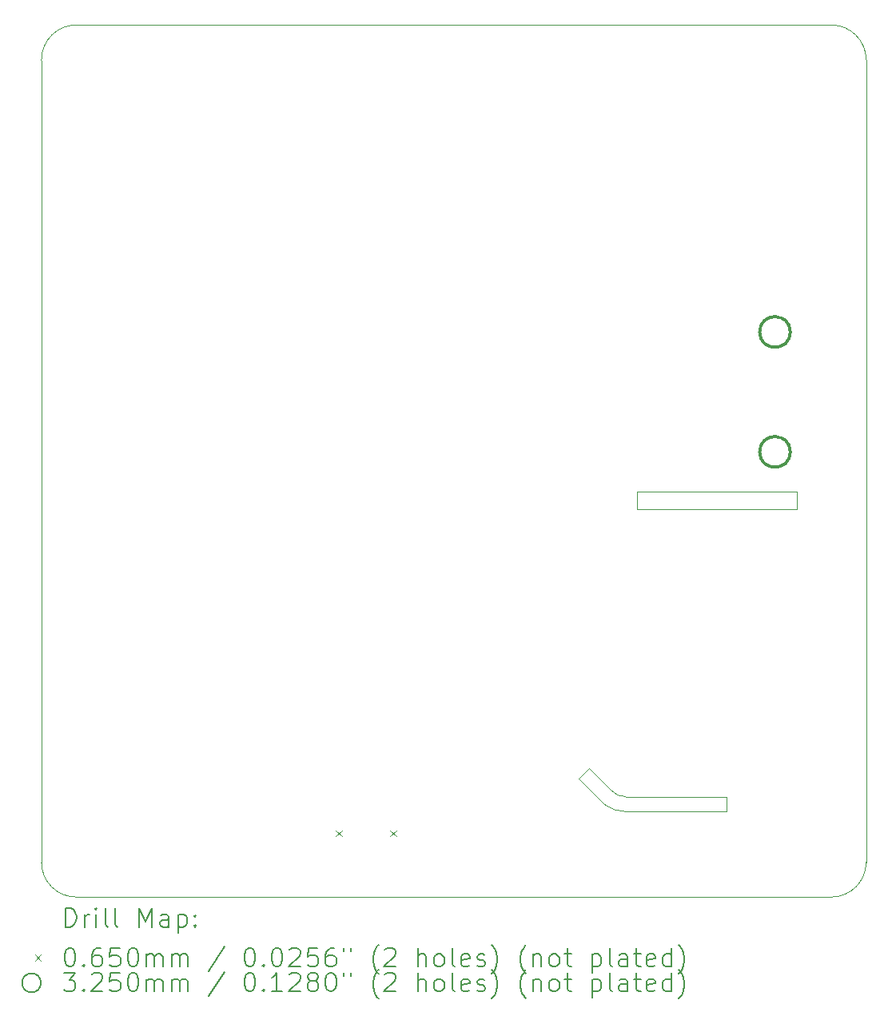
<source format=gbr>
%TF.GenerationSoftware,KiCad,Pcbnew,7.0.8*%
%TF.CreationDate,2024-01-02T14:18:20+01:00*%
%TF.ProjectId,ESP32-POE-Wiegand-Relay-REV-B,45535033-322d-4504-9f45-2d5769656761,rev?*%
%TF.SameCoordinates,Original*%
%TF.FileFunction,Drillmap*%
%TF.FilePolarity,Positive*%
%FSLAX45Y45*%
G04 Gerber Fmt 4.5, Leading zero omitted, Abs format (unit mm)*
G04 Created by KiCad (PCBNEW 7.0.8) date 2024-01-02 14:18:20*
%MOMM*%
%LPD*%
G01*
G04 APERTURE LIST*
%ADD10C,0.100000*%
%ADD11C,0.200000*%
%ADD12C,0.065000*%
%ADD13C,0.325000*%
G04 APERTURE END LIST*
D10*
X26567967Y-2400000D02*
X26567967Y-10900000D01*
X23520000Y-10010000D02*
X23800000Y-10290000D01*
X17832033Y-10900000D02*
X17832033Y-2410000D01*
X25090000Y-10210000D02*
X25090000Y-10360000D01*
X24019691Y-10204136D02*
X25090000Y-10210000D01*
X25090000Y-10360000D02*
X24008740Y-10361620D01*
X26200000Y-11267967D02*
G75*
G03*
X26567967Y-10900000I0J367967D01*
G01*
X23520000Y-10010000D02*
X23630000Y-9900000D01*
X17832033Y-10900000D02*
G75*
G03*
X18200000Y-11267967I367967J0D01*
G01*
X18220658Y-2032477D02*
X26200000Y-2032033D01*
X23630000Y-9900000D02*
X23870000Y-10140000D01*
X23800000Y-10290000D02*
G75*
G03*
X24008740Y-10361620I208740J268380D01*
G01*
X26567967Y-2400000D02*
G75*
G03*
X26200000Y-2032033I-367967J0D01*
G01*
X18220658Y-2032477D02*
G75*
G03*
X17832033Y-2410000I-20658J-367523D01*
G01*
X26200000Y-11267967D02*
X18200000Y-11267967D01*
X24145000Y-6970000D02*
X25835000Y-6970000D01*
X25835000Y-7160000D01*
X24145000Y-7160000D01*
X24145000Y-6970000D01*
X23870000Y-10140000D02*
G75*
G03*
X24019691Y-10204136I140000J120000D01*
G01*
D11*
D12*
X20948500Y-10560500D02*
X21013500Y-10625500D01*
X21013500Y-10560500D02*
X20948500Y-10625500D01*
X21526500Y-10560500D02*
X21591500Y-10625500D01*
X21591500Y-10560500D02*
X21526500Y-10625500D01*
D13*
X25764500Y-5283000D02*
G75*
G03*
X25764500Y-5283000I-162500J0D01*
G01*
X25764500Y-6553000D02*
G75*
G03*
X25764500Y-6553000I-162500J0D01*
G01*
D11*
X18087674Y-11584451D02*
X18087674Y-11384451D01*
X18087674Y-11384451D02*
X18135293Y-11384451D01*
X18135293Y-11384451D02*
X18163864Y-11393975D01*
X18163864Y-11393975D02*
X18182912Y-11413022D01*
X18182912Y-11413022D02*
X18192436Y-11432070D01*
X18192436Y-11432070D02*
X18201959Y-11470165D01*
X18201959Y-11470165D02*
X18201959Y-11498737D01*
X18201959Y-11498737D02*
X18192436Y-11536832D01*
X18192436Y-11536832D02*
X18182912Y-11555880D01*
X18182912Y-11555880D02*
X18163864Y-11574927D01*
X18163864Y-11574927D02*
X18135293Y-11584451D01*
X18135293Y-11584451D02*
X18087674Y-11584451D01*
X18287674Y-11584451D02*
X18287674Y-11451118D01*
X18287674Y-11489213D02*
X18297198Y-11470165D01*
X18297198Y-11470165D02*
X18306721Y-11460641D01*
X18306721Y-11460641D02*
X18325769Y-11451118D01*
X18325769Y-11451118D02*
X18344817Y-11451118D01*
X18411483Y-11584451D02*
X18411483Y-11451118D01*
X18411483Y-11384451D02*
X18401959Y-11393975D01*
X18401959Y-11393975D02*
X18411483Y-11403499D01*
X18411483Y-11403499D02*
X18421007Y-11393975D01*
X18421007Y-11393975D02*
X18411483Y-11384451D01*
X18411483Y-11384451D02*
X18411483Y-11403499D01*
X18535293Y-11584451D02*
X18516245Y-11574927D01*
X18516245Y-11574927D02*
X18506721Y-11555880D01*
X18506721Y-11555880D02*
X18506721Y-11384451D01*
X18640055Y-11584451D02*
X18621007Y-11574927D01*
X18621007Y-11574927D02*
X18611483Y-11555880D01*
X18611483Y-11555880D02*
X18611483Y-11384451D01*
X18868626Y-11584451D02*
X18868626Y-11384451D01*
X18868626Y-11384451D02*
X18935293Y-11527308D01*
X18935293Y-11527308D02*
X19001959Y-11384451D01*
X19001959Y-11384451D02*
X19001959Y-11584451D01*
X19182912Y-11584451D02*
X19182912Y-11479689D01*
X19182912Y-11479689D02*
X19173388Y-11460641D01*
X19173388Y-11460641D02*
X19154340Y-11451118D01*
X19154340Y-11451118D02*
X19116245Y-11451118D01*
X19116245Y-11451118D02*
X19097198Y-11460641D01*
X19182912Y-11574927D02*
X19163864Y-11584451D01*
X19163864Y-11584451D02*
X19116245Y-11584451D01*
X19116245Y-11584451D02*
X19097198Y-11574927D01*
X19097198Y-11574927D02*
X19087674Y-11555880D01*
X19087674Y-11555880D02*
X19087674Y-11536832D01*
X19087674Y-11536832D02*
X19097198Y-11517784D01*
X19097198Y-11517784D02*
X19116245Y-11508261D01*
X19116245Y-11508261D02*
X19163864Y-11508261D01*
X19163864Y-11508261D02*
X19182912Y-11498737D01*
X19278150Y-11451118D02*
X19278150Y-11651118D01*
X19278150Y-11460641D02*
X19297198Y-11451118D01*
X19297198Y-11451118D02*
X19335293Y-11451118D01*
X19335293Y-11451118D02*
X19354340Y-11460641D01*
X19354340Y-11460641D02*
X19363864Y-11470165D01*
X19363864Y-11470165D02*
X19373388Y-11489213D01*
X19373388Y-11489213D02*
X19373388Y-11546356D01*
X19373388Y-11546356D02*
X19363864Y-11565403D01*
X19363864Y-11565403D02*
X19354340Y-11574927D01*
X19354340Y-11574927D02*
X19335293Y-11584451D01*
X19335293Y-11584451D02*
X19297198Y-11584451D01*
X19297198Y-11584451D02*
X19278150Y-11574927D01*
X19459102Y-11565403D02*
X19468626Y-11574927D01*
X19468626Y-11574927D02*
X19459102Y-11584451D01*
X19459102Y-11584451D02*
X19449579Y-11574927D01*
X19449579Y-11574927D02*
X19459102Y-11565403D01*
X19459102Y-11565403D02*
X19459102Y-11584451D01*
X19459102Y-11460641D02*
X19468626Y-11470165D01*
X19468626Y-11470165D02*
X19459102Y-11479689D01*
X19459102Y-11479689D02*
X19449579Y-11470165D01*
X19449579Y-11470165D02*
X19459102Y-11460641D01*
X19459102Y-11460641D02*
X19459102Y-11479689D01*
D12*
X17761897Y-11880467D02*
X17826897Y-11945467D01*
X17826897Y-11880467D02*
X17761897Y-11945467D01*
D11*
X18125769Y-11804451D02*
X18144817Y-11804451D01*
X18144817Y-11804451D02*
X18163864Y-11813975D01*
X18163864Y-11813975D02*
X18173388Y-11823499D01*
X18173388Y-11823499D02*
X18182912Y-11842546D01*
X18182912Y-11842546D02*
X18192436Y-11880641D01*
X18192436Y-11880641D02*
X18192436Y-11928261D01*
X18192436Y-11928261D02*
X18182912Y-11966356D01*
X18182912Y-11966356D02*
X18173388Y-11985403D01*
X18173388Y-11985403D02*
X18163864Y-11994927D01*
X18163864Y-11994927D02*
X18144817Y-12004451D01*
X18144817Y-12004451D02*
X18125769Y-12004451D01*
X18125769Y-12004451D02*
X18106721Y-11994927D01*
X18106721Y-11994927D02*
X18097198Y-11985403D01*
X18097198Y-11985403D02*
X18087674Y-11966356D01*
X18087674Y-11966356D02*
X18078150Y-11928261D01*
X18078150Y-11928261D02*
X18078150Y-11880641D01*
X18078150Y-11880641D02*
X18087674Y-11842546D01*
X18087674Y-11842546D02*
X18097198Y-11823499D01*
X18097198Y-11823499D02*
X18106721Y-11813975D01*
X18106721Y-11813975D02*
X18125769Y-11804451D01*
X18278150Y-11985403D02*
X18287674Y-11994927D01*
X18287674Y-11994927D02*
X18278150Y-12004451D01*
X18278150Y-12004451D02*
X18268626Y-11994927D01*
X18268626Y-11994927D02*
X18278150Y-11985403D01*
X18278150Y-11985403D02*
X18278150Y-12004451D01*
X18459102Y-11804451D02*
X18421007Y-11804451D01*
X18421007Y-11804451D02*
X18401959Y-11813975D01*
X18401959Y-11813975D02*
X18392436Y-11823499D01*
X18392436Y-11823499D02*
X18373388Y-11852070D01*
X18373388Y-11852070D02*
X18363864Y-11890165D01*
X18363864Y-11890165D02*
X18363864Y-11966356D01*
X18363864Y-11966356D02*
X18373388Y-11985403D01*
X18373388Y-11985403D02*
X18382912Y-11994927D01*
X18382912Y-11994927D02*
X18401959Y-12004451D01*
X18401959Y-12004451D02*
X18440055Y-12004451D01*
X18440055Y-12004451D02*
X18459102Y-11994927D01*
X18459102Y-11994927D02*
X18468626Y-11985403D01*
X18468626Y-11985403D02*
X18478150Y-11966356D01*
X18478150Y-11966356D02*
X18478150Y-11918737D01*
X18478150Y-11918737D02*
X18468626Y-11899689D01*
X18468626Y-11899689D02*
X18459102Y-11890165D01*
X18459102Y-11890165D02*
X18440055Y-11880641D01*
X18440055Y-11880641D02*
X18401959Y-11880641D01*
X18401959Y-11880641D02*
X18382912Y-11890165D01*
X18382912Y-11890165D02*
X18373388Y-11899689D01*
X18373388Y-11899689D02*
X18363864Y-11918737D01*
X18659102Y-11804451D02*
X18563864Y-11804451D01*
X18563864Y-11804451D02*
X18554340Y-11899689D01*
X18554340Y-11899689D02*
X18563864Y-11890165D01*
X18563864Y-11890165D02*
X18582912Y-11880641D01*
X18582912Y-11880641D02*
X18630531Y-11880641D01*
X18630531Y-11880641D02*
X18649579Y-11890165D01*
X18649579Y-11890165D02*
X18659102Y-11899689D01*
X18659102Y-11899689D02*
X18668626Y-11918737D01*
X18668626Y-11918737D02*
X18668626Y-11966356D01*
X18668626Y-11966356D02*
X18659102Y-11985403D01*
X18659102Y-11985403D02*
X18649579Y-11994927D01*
X18649579Y-11994927D02*
X18630531Y-12004451D01*
X18630531Y-12004451D02*
X18582912Y-12004451D01*
X18582912Y-12004451D02*
X18563864Y-11994927D01*
X18563864Y-11994927D02*
X18554340Y-11985403D01*
X18792436Y-11804451D02*
X18811483Y-11804451D01*
X18811483Y-11804451D02*
X18830531Y-11813975D01*
X18830531Y-11813975D02*
X18840055Y-11823499D01*
X18840055Y-11823499D02*
X18849579Y-11842546D01*
X18849579Y-11842546D02*
X18859102Y-11880641D01*
X18859102Y-11880641D02*
X18859102Y-11928261D01*
X18859102Y-11928261D02*
X18849579Y-11966356D01*
X18849579Y-11966356D02*
X18840055Y-11985403D01*
X18840055Y-11985403D02*
X18830531Y-11994927D01*
X18830531Y-11994927D02*
X18811483Y-12004451D01*
X18811483Y-12004451D02*
X18792436Y-12004451D01*
X18792436Y-12004451D02*
X18773388Y-11994927D01*
X18773388Y-11994927D02*
X18763864Y-11985403D01*
X18763864Y-11985403D02*
X18754340Y-11966356D01*
X18754340Y-11966356D02*
X18744817Y-11928261D01*
X18744817Y-11928261D02*
X18744817Y-11880641D01*
X18744817Y-11880641D02*
X18754340Y-11842546D01*
X18754340Y-11842546D02*
X18763864Y-11823499D01*
X18763864Y-11823499D02*
X18773388Y-11813975D01*
X18773388Y-11813975D02*
X18792436Y-11804451D01*
X18944817Y-12004451D02*
X18944817Y-11871118D01*
X18944817Y-11890165D02*
X18954340Y-11880641D01*
X18954340Y-11880641D02*
X18973388Y-11871118D01*
X18973388Y-11871118D02*
X19001960Y-11871118D01*
X19001960Y-11871118D02*
X19021007Y-11880641D01*
X19021007Y-11880641D02*
X19030531Y-11899689D01*
X19030531Y-11899689D02*
X19030531Y-12004451D01*
X19030531Y-11899689D02*
X19040055Y-11880641D01*
X19040055Y-11880641D02*
X19059102Y-11871118D01*
X19059102Y-11871118D02*
X19087674Y-11871118D01*
X19087674Y-11871118D02*
X19106721Y-11880641D01*
X19106721Y-11880641D02*
X19116245Y-11899689D01*
X19116245Y-11899689D02*
X19116245Y-12004451D01*
X19211483Y-12004451D02*
X19211483Y-11871118D01*
X19211483Y-11890165D02*
X19221007Y-11880641D01*
X19221007Y-11880641D02*
X19240055Y-11871118D01*
X19240055Y-11871118D02*
X19268626Y-11871118D01*
X19268626Y-11871118D02*
X19287674Y-11880641D01*
X19287674Y-11880641D02*
X19297198Y-11899689D01*
X19297198Y-11899689D02*
X19297198Y-12004451D01*
X19297198Y-11899689D02*
X19306721Y-11880641D01*
X19306721Y-11880641D02*
X19325769Y-11871118D01*
X19325769Y-11871118D02*
X19354340Y-11871118D01*
X19354340Y-11871118D02*
X19373388Y-11880641D01*
X19373388Y-11880641D02*
X19382912Y-11899689D01*
X19382912Y-11899689D02*
X19382912Y-12004451D01*
X19773388Y-11794927D02*
X19601960Y-12052070D01*
X20030531Y-11804451D02*
X20049579Y-11804451D01*
X20049579Y-11804451D02*
X20068626Y-11813975D01*
X20068626Y-11813975D02*
X20078150Y-11823499D01*
X20078150Y-11823499D02*
X20087674Y-11842546D01*
X20087674Y-11842546D02*
X20097198Y-11880641D01*
X20097198Y-11880641D02*
X20097198Y-11928261D01*
X20097198Y-11928261D02*
X20087674Y-11966356D01*
X20087674Y-11966356D02*
X20078150Y-11985403D01*
X20078150Y-11985403D02*
X20068626Y-11994927D01*
X20068626Y-11994927D02*
X20049579Y-12004451D01*
X20049579Y-12004451D02*
X20030531Y-12004451D01*
X20030531Y-12004451D02*
X20011483Y-11994927D01*
X20011483Y-11994927D02*
X20001960Y-11985403D01*
X20001960Y-11985403D02*
X19992436Y-11966356D01*
X19992436Y-11966356D02*
X19982912Y-11928261D01*
X19982912Y-11928261D02*
X19982912Y-11880641D01*
X19982912Y-11880641D02*
X19992436Y-11842546D01*
X19992436Y-11842546D02*
X20001960Y-11823499D01*
X20001960Y-11823499D02*
X20011483Y-11813975D01*
X20011483Y-11813975D02*
X20030531Y-11804451D01*
X20182912Y-11985403D02*
X20192436Y-11994927D01*
X20192436Y-11994927D02*
X20182912Y-12004451D01*
X20182912Y-12004451D02*
X20173388Y-11994927D01*
X20173388Y-11994927D02*
X20182912Y-11985403D01*
X20182912Y-11985403D02*
X20182912Y-12004451D01*
X20316245Y-11804451D02*
X20335293Y-11804451D01*
X20335293Y-11804451D02*
X20354341Y-11813975D01*
X20354341Y-11813975D02*
X20363864Y-11823499D01*
X20363864Y-11823499D02*
X20373388Y-11842546D01*
X20373388Y-11842546D02*
X20382912Y-11880641D01*
X20382912Y-11880641D02*
X20382912Y-11928261D01*
X20382912Y-11928261D02*
X20373388Y-11966356D01*
X20373388Y-11966356D02*
X20363864Y-11985403D01*
X20363864Y-11985403D02*
X20354341Y-11994927D01*
X20354341Y-11994927D02*
X20335293Y-12004451D01*
X20335293Y-12004451D02*
X20316245Y-12004451D01*
X20316245Y-12004451D02*
X20297198Y-11994927D01*
X20297198Y-11994927D02*
X20287674Y-11985403D01*
X20287674Y-11985403D02*
X20278150Y-11966356D01*
X20278150Y-11966356D02*
X20268626Y-11928261D01*
X20268626Y-11928261D02*
X20268626Y-11880641D01*
X20268626Y-11880641D02*
X20278150Y-11842546D01*
X20278150Y-11842546D02*
X20287674Y-11823499D01*
X20287674Y-11823499D02*
X20297198Y-11813975D01*
X20297198Y-11813975D02*
X20316245Y-11804451D01*
X20459103Y-11823499D02*
X20468626Y-11813975D01*
X20468626Y-11813975D02*
X20487674Y-11804451D01*
X20487674Y-11804451D02*
X20535293Y-11804451D01*
X20535293Y-11804451D02*
X20554341Y-11813975D01*
X20554341Y-11813975D02*
X20563864Y-11823499D01*
X20563864Y-11823499D02*
X20573388Y-11842546D01*
X20573388Y-11842546D02*
X20573388Y-11861594D01*
X20573388Y-11861594D02*
X20563864Y-11890165D01*
X20563864Y-11890165D02*
X20449579Y-12004451D01*
X20449579Y-12004451D02*
X20573388Y-12004451D01*
X20754341Y-11804451D02*
X20659103Y-11804451D01*
X20659103Y-11804451D02*
X20649579Y-11899689D01*
X20649579Y-11899689D02*
X20659103Y-11890165D01*
X20659103Y-11890165D02*
X20678150Y-11880641D01*
X20678150Y-11880641D02*
X20725769Y-11880641D01*
X20725769Y-11880641D02*
X20744817Y-11890165D01*
X20744817Y-11890165D02*
X20754341Y-11899689D01*
X20754341Y-11899689D02*
X20763864Y-11918737D01*
X20763864Y-11918737D02*
X20763864Y-11966356D01*
X20763864Y-11966356D02*
X20754341Y-11985403D01*
X20754341Y-11985403D02*
X20744817Y-11994927D01*
X20744817Y-11994927D02*
X20725769Y-12004451D01*
X20725769Y-12004451D02*
X20678150Y-12004451D01*
X20678150Y-12004451D02*
X20659103Y-11994927D01*
X20659103Y-11994927D02*
X20649579Y-11985403D01*
X20935293Y-11804451D02*
X20897198Y-11804451D01*
X20897198Y-11804451D02*
X20878150Y-11813975D01*
X20878150Y-11813975D02*
X20868626Y-11823499D01*
X20868626Y-11823499D02*
X20849579Y-11852070D01*
X20849579Y-11852070D02*
X20840055Y-11890165D01*
X20840055Y-11890165D02*
X20840055Y-11966356D01*
X20840055Y-11966356D02*
X20849579Y-11985403D01*
X20849579Y-11985403D02*
X20859103Y-11994927D01*
X20859103Y-11994927D02*
X20878150Y-12004451D01*
X20878150Y-12004451D02*
X20916245Y-12004451D01*
X20916245Y-12004451D02*
X20935293Y-11994927D01*
X20935293Y-11994927D02*
X20944817Y-11985403D01*
X20944817Y-11985403D02*
X20954341Y-11966356D01*
X20954341Y-11966356D02*
X20954341Y-11918737D01*
X20954341Y-11918737D02*
X20944817Y-11899689D01*
X20944817Y-11899689D02*
X20935293Y-11890165D01*
X20935293Y-11890165D02*
X20916245Y-11880641D01*
X20916245Y-11880641D02*
X20878150Y-11880641D01*
X20878150Y-11880641D02*
X20859103Y-11890165D01*
X20859103Y-11890165D02*
X20849579Y-11899689D01*
X20849579Y-11899689D02*
X20840055Y-11918737D01*
X21030531Y-11804451D02*
X21030531Y-11842546D01*
X21106722Y-11804451D02*
X21106722Y-11842546D01*
X21401960Y-12080641D02*
X21392436Y-12071118D01*
X21392436Y-12071118D02*
X21373388Y-12042546D01*
X21373388Y-12042546D02*
X21363865Y-12023499D01*
X21363865Y-12023499D02*
X21354341Y-11994927D01*
X21354341Y-11994927D02*
X21344817Y-11947308D01*
X21344817Y-11947308D02*
X21344817Y-11909213D01*
X21344817Y-11909213D02*
X21354341Y-11861594D01*
X21354341Y-11861594D02*
X21363865Y-11833022D01*
X21363865Y-11833022D02*
X21373388Y-11813975D01*
X21373388Y-11813975D02*
X21392436Y-11785403D01*
X21392436Y-11785403D02*
X21401960Y-11775880D01*
X21468626Y-11823499D02*
X21478150Y-11813975D01*
X21478150Y-11813975D02*
X21497198Y-11804451D01*
X21497198Y-11804451D02*
X21544817Y-11804451D01*
X21544817Y-11804451D02*
X21563865Y-11813975D01*
X21563865Y-11813975D02*
X21573388Y-11823499D01*
X21573388Y-11823499D02*
X21582912Y-11842546D01*
X21582912Y-11842546D02*
X21582912Y-11861594D01*
X21582912Y-11861594D02*
X21573388Y-11890165D01*
X21573388Y-11890165D02*
X21459103Y-12004451D01*
X21459103Y-12004451D02*
X21582912Y-12004451D01*
X21821007Y-12004451D02*
X21821007Y-11804451D01*
X21906722Y-12004451D02*
X21906722Y-11899689D01*
X21906722Y-11899689D02*
X21897198Y-11880641D01*
X21897198Y-11880641D02*
X21878150Y-11871118D01*
X21878150Y-11871118D02*
X21849579Y-11871118D01*
X21849579Y-11871118D02*
X21830531Y-11880641D01*
X21830531Y-11880641D02*
X21821007Y-11890165D01*
X22030531Y-12004451D02*
X22011484Y-11994927D01*
X22011484Y-11994927D02*
X22001960Y-11985403D01*
X22001960Y-11985403D02*
X21992436Y-11966356D01*
X21992436Y-11966356D02*
X21992436Y-11909213D01*
X21992436Y-11909213D02*
X22001960Y-11890165D01*
X22001960Y-11890165D02*
X22011484Y-11880641D01*
X22011484Y-11880641D02*
X22030531Y-11871118D01*
X22030531Y-11871118D02*
X22059103Y-11871118D01*
X22059103Y-11871118D02*
X22078150Y-11880641D01*
X22078150Y-11880641D02*
X22087674Y-11890165D01*
X22087674Y-11890165D02*
X22097198Y-11909213D01*
X22097198Y-11909213D02*
X22097198Y-11966356D01*
X22097198Y-11966356D02*
X22087674Y-11985403D01*
X22087674Y-11985403D02*
X22078150Y-11994927D01*
X22078150Y-11994927D02*
X22059103Y-12004451D01*
X22059103Y-12004451D02*
X22030531Y-12004451D01*
X22211484Y-12004451D02*
X22192436Y-11994927D01*
X22192436Y-11994927D02*
X22182912Y-11975880D01*
X22182912Y-11975880D02*
X22182912Y-11804451D01*
X22363865Y-11994927D02*
X22344817Y-12004451D01*
X22344817Y-12004451D02*
X22306722Y-12004451D01*
X22306722Y-12004451D02*
X22287674Y-11994927D01*
X22287674Y-11994927D02*
X22278150Y-11975880D01*
X22278150Y-11975880D02*
X22278150Y-11899689D01*
X22278150Y-11899689D02*
X22287674Y-11880641D01*
X22287674Y-11880641D02*
X22306722Y-11871118D01*
X22306722Y-11871118D02*
X22344817Y-11871118D01*
X22344817Y-11871118D02*
X22363865Y-11880641D01*
X22363865Y-11880641D02*
X22373388Y-11899689D01*
X22373388Y-11899689D02*
X22373388Y-11918737D01*
X22373388Y-11918737D02*
X22278150Y-11937784D01*
X22449579Y-11994927D02*
X22468626Y-12004451D01*
X22468626Y-12004451D02*
X22506722Y-12004451D01*
X22506722Y-12004451D02*
X22525769Y-11994927D01*
X22525769Y-11994927D02*
X22535293Y-11975880D01*
X22535293Y-11975880D02*
X22535293Y-11966356D01*
X22535293Y-11966356D02*
X22525769Y-11947308D01*
X22525769Y-11947308D02*
X22506722Y-11937784D01*
X22506722Y-11937784D02*
X22478150Y-11937784D01*
X22478150Y-11937784D02*
X22459103Y-11928261D01*
X22459103Y-11928261D02*
X22449579Y-11909213D01*
X22449579Y-11909213D02*
X22449579Y-11899689D01*
X22449579Y-11899689D02*
X22459103Y-11880641D01*
X22459103Y-11880641D02*
X22478150Y-11871118D01*
X22478150Y-11871118D02*
X22506722Y-11871118D01*
X22506722Y-11871118D02*
X22525769Y-11880641D01*
X22601960Y-12080641D02*
X22611484Y-12071118D01*
X22611484Y-12071118D02*
X22630531Y-12042546D01*
X22630531Y-12042546D02*
X22640055Y-12023499D01*
X22640055Y-12023499D02*
X22649579Y-11994927D01*
X22649579Y-11994927D02*
X22659103Y-11947308D01*
X22659103Y-11947308D02*
X22659103Y-11909213D01*
X22659103Y-11909213D02*
X22649579Y-11861594D01*
X22649579Y-11861594D02*
X22640055Y-11833022D01*
X22640055Y-11833022D02*
X22630531Y-11813975D01*
X22630531Y-11813975D02*
X22611484Y-11785403D01*
X22611484Y-11785403D02*
X22601960Y-11775880D01*
X22963865Y-12080641D02*
X22954341Y-12071118D01*
X22954341Y-12071118D02*
X22935293Y-12042546D01*
X22935293Y-12042546D02*
X22925769Y-12023499D01*
X22925769Y-12023499D02*
X22916246Y-11994927D01*
X22916246Y-11994927D02*
X22906722Y-11947308D01*
X22906722Y-11947308D02*
X22906722Y-11909213D01*
X22906722Y-11909213D02*
X22916246Y-11861594D01*
X22916246Y-11861594D02*
X22925769Y-11833022D01*
X22925769Y-11833022D02*
X22935293Y-11813975D01*
X22935293Y-11813975D02*
X22954341Y-11785403D01*
X22954341Y-11785403D02*
X22963865Y-11775880D01*
X23040055Y-11871118D02*
X23040055Y-12004451D01*
X23040055Y-11890165D02*
X23049579Y-11880641D01*
X23049579Y-11880641D02*
X23068626Y-11871118D01*
X23068626Y-11871118D02*
X23097198Y-11871118D01*
X23097198Y-11871118D02*
X23116246Y-11880641D01*
X23116246Y-11880641D02*
X23125769Y-11899689D01*
X23125769Y-11899689D02*
X23125769Y-12004451D01*
X23249579Y-12004451D02*
X23230531Y-11994927D01*
X23230531Y-11994927D02*
X23221007Y-11985403D01*
X23221007Y-11985403D02*
X23211484Y-11966356D01*
X23211484Y-11966356D02*
X23211484Y-11909213D01*
X23211484Y-11909213D02*
X23221007Y-11890165D01*
X23221007Y-11890165D02*
X23230531Y-11880641D01*
X23230531Y-11880641D02*
X23249579Y-11871118D01*
X23249579Y-11871118D02*
X23278150Y-11871118D01*
X23278150Y-11871118D02*
X23297198Y-11880641D01*
X23297198Y-11880641D02*
X23306722Y-11890165D01*
X23306722Y-11890165D02*
X23316246Y-11909213D01*
X23316246Y-11909213D02*
X23316246Y-11966356D01*
X23316246Y-11966356D02*
X23306722Y-11985403D01*
X23306722Y-11985403D02*
X23297198Y-11994927D01*
X23297198Y-11994927D02*
X23278150Y-12004451D01*
X23278150Y-12004451D02*
X23249579Y-12004451D01*
X23373388Y-11871118D02*
X23449579Y-11871118D01*
X23401960Y-11804451D02*
X23401960Y-11975880D01*
X23401960Y-11975880D02*
X23411484Y-11994927D01*
X23411484Y-11994927D02*
X23430531Y-12004451D01*
X23430531Y-12004451D02*
X23449579Y-12004451D01*
X23668627Y-11871118D02*
X23668627Y-12071118D01*
X23668627Y-11880641D02*
X23687674Y-11871118D01*
X23687674Y-11871118D02*
X23725769Y-11871118D01*
X23725769Y-11871118D02*
X23744817Y-11880641D01*
X23744817Y-11880641D02*
X23754341Y-11890165D01*
X23754341Y-11890165D02*
X23763865Y-11909213D01*
X23763865Y-11909213D02*
X23763865Y-11966356D01*
X23763865Y-11966356D02*
X23754341Y-11985403D01*
X23754341Y-11985403D02*
X23744817Y-11994927D01*
X23744817Y-11994927D02*
X23725769Y-12004451D01*
X23725769Y-12004451D02*
X23687674Y-12004451D01*
X23687674Y-12004451D02*
X23668627Y-11994927D01*
X23878150Y-12004451D02*
X23859103Y-11994927D01*
X23859103Y-11994927D02*
X23849579Y-11975880D01*
X23849579Y-11975880D02*
X23849579Y-11804451D01*
X24040055Y-12004451D02*
X24040055Y-11899689D01*
X24040055Y-11899689D02*
X24030531Y-11880641D01*
X24030531Y-11880641D02*
X24011484Y-11871118D01*
X24011484Y-11871118D02*
X23973388Y-11871118D01*
X23973388Y-11871118D02*
X23954341Y-11880641D01*
X24040055Y-11994927D02*
X24021008Y-12004451D01*
X24021008Y-12004451D02*
X23973388Y-12004451D01*
X23973388Y-12004451D02*
X23954341Y-11994927D01*
X23954341Y-11994927D02*
X23944817Y-11975880D01*
X23944817Y-11975880D02*
X23944817Y-11956832D01*
X23944817Y-11956832D02*
X23954341Y-11937784D01*
X23954341Y-11937784D02*
X23973388Y-11928261D01*
X23973388Y-11928261D02*
X24021008Y-11928261D01*
X24021008Y-11928261D02*
X24040055Y-11918737D01*
X24106722Y-11871118D02*
X24182912Y-11871118D01*
X24135293Y-11804451D02*
X24135293Y-11975880D01*
X24135293Y-11975880D02*
X24144817Y-11994927D01*
X24144817Y-11994927D02*
X24163865Y-12004451D01*
X24163865Y-12004451D02*
X24182912Y-12004451D01*
X24325769Y-11994927D02*
X24306722Y-12004451D01*
X24306722Y-12004451D02*
X24268627Y-12004451D01*
X24268627Y-12004451D02*
X24249579Y-11994927D01*
X24249579Y-11994927D02*
X24240055Y-11975880D01*
X24240055Y-11975880D02*
X24240055Y-11899689D01*
X24240055Y-11899689D02*
X24249579Y-11880641D01*
X24249579Y-11880641D02*
X24268627Y-11871118D01*
X24268627Y-11871118D02*
X24306722Y-11871118D01*
X24306722Y-11871118D02*
X24325769Y-11880641D01*
X24325769Y-11880641D02*
X24335293Y-11899689D01*
X24335293Y-11899689D02*
X24335293Y-11918737D01*
X24335293Y-11918737D02*
X24240055Y-11937784D01*
X24506722Y-12004451D02*
X24506722Y-11804451D01*
X24506722Y-11994927D02*
X24487674Y-12004451D01*
X24487674Y-12004451D02*
X24449579Y-12004451D01*
X24449579Y-12004451D02*
X24430531Y-11994927D01*
X24430531Y-11994927D02*
X24421008Y-11985403D01*
X24421008Y-11985403D02*
X24411484Y-11966356D01*
X24411484Y-11966356D02*
X24411484Y-11909213D01*
X24411484Y-11909213D02*
X24421008Y-11890165D01*
X24421008Y-11890165D02*
X24430531Y-11880641D01*
X24430531Y-11880641D02*
X24449579Y-11871118D01*
X24449579Y-11871118D02*
X24487674Y-11871118D01*
X24487674Y-11871118D02*
X24506722Y-11880641D01*
X24582912Y-12080641D02*
X24592436Y-12071118D01*
X24592436Y-12071118D02*
X24611484Y-12042546D01*
X24611484Y-12042546D02*
X24621008Y-12023499D01*
X24621008Y-12023499D02*
X24630531Y-11994927D01*
X24630531Y-11994927D02*
X24640055Y-11947308D01*
X24640055Y-11947308D02*
X24640055Y-11909213D01*
X24640055Y-11909213D02*
X24630531Y-11861594D01*
X24630531Y-11861594D02*
X24621008Y-11833022D01*
X24621008Y-11833022D02*
X24611484Y-11813975D01*
X24611484Y-11813975D02*
X24592436Y-11785403D01*
X24592436Y-11785403D02*
X24582912Y-11775880D01*
X17826897Y-12176967D02*
G75*
G03*
X17826897Y-12176967I-100000J0D01*
G01*
X18068626Y-12068451D02*
X18192436Y-12068451D01*
X18192436Y-12068451D02*
X18125769Y-12144641D01*
X18125769Y-12144641D02*
X18154340Y-12144641D01*
X18154340Y-12144641D02*
X18173388Y-12154165D01*
X18173388Y-12154165D02*
X18182912Y-12163689D01*
X18182912Y-12163689D02*
X18192436Y-12182737D01*
X18192436Y-12182737D02*
X18192436Y-12230356D01*
X18192436Y-12230356D02*
X18182912Y-12249403D01*
X18182912Y-12249403D02*
X18173388Y-12258927D01*
X18173388Y-12258927D02*
X18154340Y-12268451D01*
X18154340Y-12268451D02*
X18097198Y-12268451D01*
X18097198Y-12268451D02*
X18078150Y-12258927D01*
X18078150Y-12258927D02*
X18068626Y-12249403D01*
X18278150Y-12249403D02*
X18287674Y-12258927D01*
X18287674Y-12258927D02*
X18278150Y-12268451D01*
X18278150Y-12268451D02*
X18268626Y-12258927D01*
X18268626Y-12258927D02*
X18278150Y-12249403D01*
X18278150Y-12249403D02*
X18278150Y-12268451D01*
X18363864Y-12087499D02*
X18373388Y-12077975D01*
X18373388Y-12077975D02*
X18392436Y-12068451D01*
X18392436Y-12068451D02*
X18440055Y-12068451D01*
X18440055Y-12068451D02*
X18459102Y-12077975D01*
X18459102Y-12077975D02*
X18468626Y-12087499D01*
X18468626Y-12087499D02*
X18478150Y-12106546D01*
X18478150Y-12106546D02*
X18478150Y-12125594D01*
X18478150Y-12125594D02*
X18468626Y-12154165D01*
X18468626Y-12154165D02*
X18354340Y-12268451D01*
X18354340Y-12268451D02*
X18478150Y-12268451D01*
X18659102Y-12068451D02*
X18563864Y-12068451D01*
X18563864Y-12068451D02*
X18554340Y-12163689D01*
X18554340Y-12163689D02*
X18563864Y-12154165D01*
X18563864Y-12154165D02*
X18582912Y-12144641D01*
X18582912Y-12144641D02*
X18630531Y-12144641D01*
X18630531Y-12144641D02*
X18649579Y-12154165D01*
X18649579Y-12154165D02*
X18659102Y-12163689D01*
X18659102Y-12163689D02*
X18668626Y-12182737D01*
X18668626Y-12182737D02*
X18668626Y-12230356D01*
X18668626Y-12230356D02*
X18659102Y-12249403D01*
X18659102Y-12249403D02*
X18649579Y-12258927D01*
X18649579Y-12258927D02*
X18630531Y-12268451D01*
X18630531Y-12268451D02*
X18582912Y-12268451D01*
X18582912Y-12268451D02*
X18563864Y-12258927D01*
X18563864Y-12258927D02*
X18554340Y-12249403D01*
X18792436Y-12068451D02*
X18811483Y-12068451D01*
X18811483Y-12068451D02*
X18830531Y-12077975D01*
X18830531Y-12077975D02*
X18840055Y-12087499D01*
X18840055Y-12087499D02*
X18849579Y-12106546D01*
X18849579Y-12106546D02*
X18859102Y-12144641D01*
X18859102Y-12144641D02*
X18859102Y-12192261D01*
X18859102Y-12192261D02*
X18849579Y-12230356D01*
X18849579Y-12230356D02*
X18840055Y-12249403D01*
X18840055Y-12249403D02*
X18830531Y-12258927D01*
X18830531Y-12258927D02*
X18811483Y-12268451D01*
X18811483Y-12268451D02*
X18792436Y-12268451D01*
X18792436Y-12268451D02*
X18773388Y-12258927D01*
X18773388Y-12258927D02*
X18763864Y-12249403D01*
X18763864Y-12249403D02*
X18754340Y-12230356D01*
X18754340Y-12230356D02*
X18744817Y-12192261D01*
X18744817Y-12192261D02*
X18744817Y-12144641D01*
X18744817Y-12144641D02*
X18754340Y-12106546D01*
X18754340Y-12106546D02*
X18763864Y-12087499D01*
X18763864Y-12087499D02*
X18773388Y-12077975D01*
X18773388Y-12077975D02*
X18792436Y-12068451D01*
X18944817Y-12268451D02*
X18944817Y-12135118D01*
X18944817Y-12154165D02*
X18954340Y-12144641D01*
X18954340Y-12144641D02*
X18973388Y-12135118D01*
X18973388Y-12135118D02*
X19001960Y-12135118D01*
X19001960Y-12135118D02*
X19021007Y-12144641D01*
X19021007Y-12144641D02*
X19030531Y-12163689D01*
X19030531Y-12163689D02*
X19030531Y-12268451D01*
X19030531Y-12163689D02*
X19040055Y-12144641D01*
X19040055Y-12144641D02*
X19059102Y-12135118D01*
X19059102Y-12135118D02*
X19087674Y-12135118D01*
X19087674Y-12135118D02*
X19106721Y-12144641D01*
X19106721Y-12144641D02*
X19116245Y-12163689D01*
X19116245Y-12163689D02*
X19116245Y-12268451D01*
X19211483Y-12268451D02*
X19211483Y-12135118D01*
X19211483Y-12154165D02*
X19221007Y-12144641D01*
X19221007Y-12144641D02*
X19240055Y-12135118D01*
X19240055Y-12135118D02*
X19268626Y-12135118D01*
X19268626Y-12135118D02*
X19287674Y-12144641D01*
X19287674Y-12144641D02*
X19297198Y-12163689D01*
X19297198Y-12163689D02*
X19297198Y-12268451D01*
X19297198Y-12163689D02*
X19306721Y-12144641D01*
X19306721Y-12144641D02*
X19325769Y-12135118D01*
X19325769Y-12135118D02*
X19354340Y-12135118D01*
X19354340Y-12135118D02*
X19373388Y-12144641D01*
X19373388Y-12144641D02*
X19382912Y-12163689D01*
X19382912Y-12163689D02*
X19382912Y-12268451D01*
X19773388Y-12058927D02*
X19601960Y-12316070D01*
X20030531Y-12068451D02*
X20049579Y-12068451D01*
X20049579Y-12068451D02*
X20068626Y-12077975D01*
X20068626Y-12077975D02*
X20078150Y-12087499D01*
X20078150Y-12087499D02*
X20087674Y-12106546D01*
X20087674Y-12106546D02*
X20097198Y-12144641D01*
X20097198Y-12144641D02*
X20097198Y-12192261D01*
X20097198Y-12192261D02*
X20087674Y-12230356D01*
X20087674Y-12230356D02*
X20078150Y-12249403D01*
X20078150Y-12249403D02*
X20068626Y-12258927D01*
X20068626Y-12258927D02*
X20049579Y-12268451D01*
X20049579Y-12268451D02*
X20030531Y-12268451D01*
X20030531Y-12268451D02*
X20011483Y-12258927D01*
X20011483Y-12258927D02*
X20001960Y-12249403D01*
X20001960Y-12249403D02*
X19992436Y-12230356D01*
X19992436Y-12230356D02*
X19982912Y-12192261D01*
X19982912Y-12192261D02*
X19982912Y-12144641D01*
X19982912Y-12144641D02*
X19992436Y-12106546D01*
X19992436Y-12106546D02*
X20001960Y-12087499D01*
X20001960Y-12087499D02*
X20011483Y-12077975D01*
X20011483Y-12077975D02*
X20030531Y-12068451D01*
X20182912Y-12249403D02*
X20192436Y-12258927D01*
X20192436Y-12258927D02*
X20182912Y-12268451D01*
X20182912Y-12268451D02*
X20173388Y-12258927D01*
X20173388Y-12258927D02*
X20182912Y-12249403D01*
X20182912Y-12249403D02*
X20182912Y-12268451D01*
X20382912Y-12268451D02*
X20268626Y-12268451D01*
X20325769Y-12268451D02*
X20325769Y-12068451D01*
X20325769Y-12068451D02*
X20306722Y-12097022D01*
X20306722Y-12097022D02*
X20287674Y-12116070D01*
X20287674Y-12116070D02*
X20268626Y-12125594D01*
X20459103Y-12087499D02*
X20468626Y-12077975D01*
X20468626Y-12077975D02*
X20487674Y-12068451D01*
X20487674Y-12068451D02*
X20535293Y-12068451D01*
X20535293Y-12068451D02*
X20554341Y-12077975D01*
X20554341Y-12077975D02*
X20563864Y-12087499D01*
X20563864Y-12087499D02*
X20573388Y-12106546D01*
X20573388Y-12106546D02*
X20573388Y-12125594D01*
X20573388Y-12125594D02*
X20563864Y-12154165D01*
X20563864Y-12154165D02*
X20449579Y-12268451D01*
X20449579Y-12268451D02*
X20573388Y-12268451D01*
X20687674Y-12154165D02*
X20668626Y-12144641D01*
X20668626Y-12144641D02*
X20659103Y-12135118D01*
X20659103Y-12135118D02*
X20649579Y-12116070D01*
X20649579Y-12116070D02*
X20649579Y-12106546D01*
X20649579Y-12106546D02*
X20659103Y-12087499D01*
X20659103Y-12087499D02*
X20668626Y-12077975D01*
X20668626Y-12077975D02*
X20687674Y-12068451D01*
X20687674Y-12068451D02*
X20725769Y-12068451D01*
X20725769Y-12068451D02*
X20744817Y-12077975D01*
X20744817Y-12077975D02*
X20754341Y-12087499D01*
X20754341Y-12087499D02*
X20763864Y-12106546D01*
X20763864Y-12106546D02*
X20763864Y-12116070D01*
X20763864Y-12116070D02*
X20754341Y-12135118D01*
X20754341Y-12135118D02*
X20744817Y-12144641D01*
X20744817Y-12144641D02*
X20725769Y-12154165D01*
X20725769Y-12154165D02*
X20687674Y-12154165D01*
X20687674Y-12154165D02*
X20668626Y-12163689D01*
X20668626Y-12163689D02*
X20659103Y-12173213D01*
X20659103Y-12173213D02*
X20649579Y-12192261D01*
X20649579Y-12192261D02*
X20649579Y-12230356D01*
X20649579Y-12230356D02*
X20659103Y-12249403D01*
X20659103Y-12249403D02*
X20668626Y-12258927D01*
X20668626Y-12258927D02*
X20687674Y-12268451D01*
X20687674Y-12268451D02*
X20725769Y-12268451D01*
X20725769Y-12268451D02*
X20744817Y-12258927D01*
X20744817Y-12258927D02*
X20754341Y-12249403D01*
X20754341Y-12249403D02*
X20763864Y-12230356D01*
X20763864Y-12230356D02*
X20763864Y-12192261D01*
X20763864Y-12192261D02*
X20754341Y-12173213D01*
X20754341Y-12173213D02*
X20744817Y-12163689D01*
X20744817Y-12163689D02*
X20725769Y-12154165D01*
X20887674Y-12068451D02*
X20906722Y-12068451D01*
X20906722Y-12068451D02*
X20925769Y-12077975D01*
X20925769Y-12077975D02*
X20935293Y-12087499D01*
X20935293Y-12087499D02*
X20944817Y-12106546D01*
X20944817Y-12106546D02*
X20954341Y-12144641D01*
X20954341Y-12144641D02*
X20954341Y-12192261D01*
X20954341Y-12192261D02*
X20944817Y-12230356D01*
X20944817Y-12230356D02*
X20935293Y-12249403D01*
X20935293Y-12249403D02*
X20925769Y-12258927D01*
X20925769Y-12258927D02*
X20906722Y-12268451D01*
X20906722Y-12268451D02*
X20887674Y-12268451D01*
X20887674Y-12268451D02*
X20868626Y-12258927D01*
X20868626Y-12258927D02*
X20859103Y-12249403D01*
X20859103Y-12249403D02*
X20849579Y-12230356D01*
X20849579Y-12230356D02*
X20840055Y-12192261D01*
X20840055Y-12192261D02*
X20840055Y-12144641D01*
X20840055Y-12144641D02*
X20849579Y-12106546D01*
X20849579Y-12106546D02*
X20859103Y-12087499D01*
X20859103Y-12087499D02*
X20868626Y-12077975D01*
X20868626Y-12077975D02*
X20887674Y-12068451D01*
X21030531Y-12068451D02*
X21030531Y-12106546D01*
X21106722Y-12068451D02*
X21106722Y-12106546D01*
X21401960Y-12344641D02*
X21392436Y-12335118D01*
X21392436Y-12335118D02*
X21373388Y-12306546D01*
X21373388Y-12306546D02*
X21363865Y-12287499D01*
X21363865Y-12287499D02*
X21354341Y-12258927D01*
X21354341Y-12258927D02*
X21344817Y-12211308D01*
X21344817Y-12211308D02*
X21344817Y-12173213D01*
X21344817Y-12173213D02*
X21354341Y-12125594D01*
X21354341Y-12125594D02*
X21363865Y-12097022D01*
X21363865Y-12097022D02*
X21373388Y-12077975D01*
X21373388Y-12077975D02*
X21392436Y-12049403D01*
X21392436Y-12049403D02*
X21401960Y-12039880D01*
X21468626Y-12087499D02*
X21478150Y-12077975D01*
X21478150Y-12077975D02*
X21497198Y-12068451D01*
X21497198Y-12068451D02*
X21544817Y-12068451D01*
X21544817Y-12068451D02*
X21563865Y-12077975D01*
X21563865Y-12077975D02*
X21573388Y-12087499D01*
X21573388Y-12087499D02*
X21582912Y-12106546D01*
X21582912Y-12106546D02*
X21582912Y-12125594D01*
X21582912Y-12125594D02*
X21573388Y-12154165D01*
X21573388Y-12154165D02*
X21459103Y-12268451D01*
X21459103Y-12268451D02*
X21582912Y-12268451D01*
X21821007Y-12268451D02*
X21821007Y-12068451D01*
X21906722Y-12268451D02*
X21906722Y-12163689D01*
X21906722Y-12163689D02*
X21897198Y-12144641D01*
X21897198Y-12144641D02*
X21878150Y-12135118D01*
X21878150Y-12135118D02*
X21849579Y-12135118D01*
X21849579Y-12135118D02*
X21830531Y-12144641D01*
X21830531Y-12144641D02*
X21821007Y-12154165D01*
X22030531Y-12268451D02*
X22011484Y-12258927D01*
X22011484Y-12258927D02*
X22001960Y-12249403D01*
X22001960Y-12249403D02*
X21992436Y-12230356D01*
X21992436Y-12230356D02*
X21992436Y-12173213D01*
X21992436Y-12173213D02*
X22001960Y-12154165D01*
X22001960Y-12154165D02*
X22011484Y-12144641D01*
X22011484Y-12144641D02*
X22030531Y-12135118D01*
X22030531Y-12135118D02*
X22059103Y-12135118D01*
X22059103Y-12135118D02*
X22078150Y-12144641D01*
X22078150Y-12144641D02*
X22087674Y-12154165D01*
X22087674Y-12154165D02*
X22097198Y-12173213D01*
X22097198Y-12173213D02*
X22097198Y-12230356D01*
X22097198Y-12230356D02*
X22087674Y-12249403D01*
X22087674Y-12249403D02*
X22078150Y-12258927D01*
X22078150Y-12258927D02*
X22059103Y-12268451D01*
X22059103Y-12268451D02*
X22030531Y-12268451D01*
X22211484Y-12268451D02*
X22192436Y-12258927D01*
X22192436Y-12258927D02*
X22182912Y-12239880D01*
X22182912Y-12239880D02*
X22182912Y-12068451D01*
X22363865Y-12258927D02*
X22344817Y-12268451D01*
X22344817Y-12268451D02*
X22306722Y-12268451D01*
X22306722Y-12268451D02*
X22287674Y-12258927D01*
X22287674Y-12258927D02*
X22278150Y-12239880D01*
X22278150Y-12239880D02*
X22278150Y-12163689D01*
X22278150Y-12163689D02*
X22287674Y-12144641D01*
X22287674Y-12144641D02*
X22306722Y-12135118D01*
X22306722Y-12135118D02*
X22344817Y-12135118D01*
X22344817Y-12135118D02*
X22363865Y-12144641D01*
X22363865Y-12144641D02*
X22373388Y-12163689D01*
X22373388Y-12163689D02*
X22373388Y-12182737D01*
X22373388Y-12182737D02*
X22278150Y-12201784D01*
X22449579Y-12258927D02*
X22468626Y-12268451D01*
X22468626Y-12268451D02*
X22506722Y-12268451D01*
X22506722Y-12268451D02*
X22525769Y-12258927D01*
X22525769Y-12258927D02*
X22535293Y-12239880D01*
X22535293Y-12239880D02*
X22535293Y-12230356D01*
X22535293Y-12230356D02*
X22525769Y-12211308D01*
X22525769Y-12211308D02*
X22506722Y-12201784D01*
X22506722Y-12201784D02*
X22478150Y-12201784D01*
X22478150Y-12201784D02*
X22459103Y-12192261D01*
X22459103Y-12192261D02*
X22449579Y-12173213D01*
X22449579Y-12173213D02*
X22449579Y-12163689D01*
X22449579Y-12163689D02*
X22459103Y-12144641D01*
X22459103Y-12144641D02*
X22478150Y-12135118D01*
X22478150Y-12135118D02*
X22506722Y-12135118D01*
X22506722Y-12135118D02*
X22525769Y-12144641D01*
X22601960Y-12344641D02*
X22611484Y-12335118D01*
X22611484Y-12335118D02*
X22630531Y-12306546D01*
X22630531Y-12306546D02*
X22640055Y-12287499D01*
X22640055Y-12287499D02*
X22649579Y-12258927D01*
X22649579Y-12258927D02*
X22659103Y-12211308D01*
X22659103Y-12211308D02*
X22659103Y-12173213D01*
X22659103Y-12173213D02*
X22649579Y-12125594D01*
X22649579Y-12125594D02*
X22640055Y-12097022D01*
X22640055Y-12097022D02*
X22630531Y-12077975D01*
X22630531Y-12077975D02*
X22611484Y-12049403D01*
X22611484Y-12049403D02*
X22601960Y-12039880D01*
X22963865Y-12344641D02*
X22954341Y-12335118D01*
X22954341Y-12335118D02*
X22935293Y-12306546D01*
X22935293Y-12306546D02*
X22925769Y-12287499D01*
X22925769Y-12287499D02*
X22916246Y-12258927D01*
X22916246Y-12258927D02*
X22906722Y-12211308D01*
X22906722Y-12211308D02*
X22906722Y-12173213D01*
X22906722Y-12173213D02*
X22916246Y-12125594D01*
X22916246Y-12125594D02*
X22925769Y-12097022D01*
X22925769Y-12097022D02*
X22935293Y-12077975D01*
X22935293Y-12077975D02*
X22954341Y-12049403D01*
X22954341Y-12049403D02*
X22963865Y-12039880D01*
X23040055Y-12135118D02*
X23040055Y-12268451D01*
X23040055Y-12154165D02*
X23049579Y-12144641D01*
X23049579Y-12144641D02*
X23068626Y-12135118D01*
X23068626Y-12135118D02*
X23097198Y-12135118D01*
X23097198Y-12135118D02*
X23116246Y-12144641D01*
X23116246Y-12144641D02*
X23125769Y-12163689D01*
X23125769Y-12163689D02*
X23125769Y-12268451D01*
X23249579Y-12268451D02*
X23230531Y-12258927D01*
X23230531Y-12258927D02*
X23221007Y-12249403D01*
X23221007Y-12249403D02*
X23211484Y-12230356D01*
X23211484Y-12230356D02*
X23211484Y-12173213D01*
X23211484Y-12173213D02*
X23221007Y-12154165D01*
X23221007Y-12154165D02*
X23230531Y-12144641D01*
X23230531Y-12144641D02*
X23249579Y-12135118D01*
X23249579Y-12135118D02*
X23278150Y-12135118D01*
X23278150Y-12135118D02*
X23297198Y-12144641D01*
X23297198Y-12144641D02*
X23306722Y-12154165D01*
X23306722Y-12154165D02*
X23316246Y-12173213D01*
X23316246Y-12173213D02*
X23316246Y-12230356D01*
X23316246Y-12230356D02*
X23306722Y-12249403D01*
X23306722Y-12249403D02*
X23297198Y-12258927D01*
X23297198Y-12258927D02*
X23278150Y-12268451D01*
X23278150Y-12268451D02*
X23249579Y-12268451D01*
X23373388Y-12135118D02*
X23449579Y-12135118D01*
X23401960Y-12068451D02*
X23401960Y-12239880D01*
X23401960Y-12239880D02*
X23411484Y-12258927D01*
X23411484Y-12258927D02*
X23430531Y-12268451D01*
X23430531Y-12268451D02*
X23449579Y-12268451D01*
X23668627Y-12135118D02*
X23668627Y-12335118D01*
X23668627Y-12144641D02*
X23687674Y-12135118D01*
X23687674Y-12135118D02*
X23725769Y-12135118D01*
X23725769Y-12135118D02*
X23744817Y-12144641D01*
X23744817Y-12144641D02*
X23754341Y-12154165D01*
X23754341Y-12154165D02*
X23763865Y-12173213D01*
X23763865Y-12173213D02*
X23763865Y-12230356D01*
X23763865Y-12230356D02*
X23754341Y-12249403D01*
X23754341Y-12249403D02*
X23744817Y-12258927D01*
X23744817Y-12258927D02*
X23725769Y-12268451D01*
X23725769Y-12268451D02*
X23687674Y-12268451D01*
X23687674Y-12268451D02*
X23668627Y-12258927D01*
X23878150Y-12268451D02*
X23859103Y-12258927D01*
X23859103Y-12258927D02*
X23849579Y-12239880D01*
X23849579Y-12239880D02*
X23849579Y-12068451D01*
X24040055Y-12268451D02*
X24040055Y-12163689D01*
X24040055Y-12163689D02*
X24030531Y-12144641D01*
X24030531Y-12144641D02*
X24011484Y-12135118D01*
X24011484Y-12135118D02*
X23973388Y-12135118D01*
X23973388Y-12135118D02*
X23954341Y-12144641D01*
X24040055Y-12258927D02*
X24021008Y-12268451D01*
X24021008Y-12268451D02*
X23973388Y-12268451D01*
X23973388Y-12268451D02*
X23954341Y-12258927D01*
X23954341Y-12258927D02*
X23944817Y-12239880D01*
X23944817Y-12239880D02*
X23944817Y-12220832D01*
X23944817Y-12220832D02*
X23954341Y-12201784D01*
X23954341Y-12201784D02*
X23973388Y-12192261D01*
X23973388Y-12192261D02*
X24021008Y-12192261D01*
X24021008Y-12192261D02*
X24040055Y-12182737D01*
X24106722Y-12135118D02*
X24182912Y-12135118D01*
X24135293Y-12068451D02*
X24135293Y-12239880D01*
X24135293Y-12239880D02*
X24144817Y-12258927D01*
X24144817Y-12258927D02*
X24163865Y-12268451D01*
X24163865Y-12268451D02*
X24182912Y-12268451D01*
X24325769Y-12258927D02*
X24306722Y-12268451D01*
X24306722Y-12268451D02*
X24268627Y-12268451D01*
X24268627Y-12268451D02*
X24249579Y-12258927D01*
X24249579Y-12258927D02*
X24240055Y-12239880D01*
X24240055Y-12239880D02*
X24240055Y-12163689D01*
X24240055Y-12163689D02*
X24249579Y-12144641D01*
X24249579Y-12144641D02*
X24268627Y-12135118D01*
X24268627Y-12135118D02*
X24306722Y-12135118D01*
X24306722Y-12135118D02*
X24325769Y-12144641D01*
X24325769Y-12144641D02*
X24335293Y-12163689D01*
X24335293Y-12163689D02*
X24335293Y-12182737D01*
X24335293Y-12182737D02*
X24240055Y-12201784D01*
X24506722Y-12268451D02*
X24506722Y-12068451D01*
X24506722Y-12258927D02*
X24487674Y-12268451D01*
X24487674Y-12268451D02*
X24449579Y-12268451D01*
X24449579Y-12268451D02*
X24430531Y-12258927D01*
X24430531Y-12258927D02*
X24421008Y-12249403D01*
X24421008Y-12249403D02*
X24411484Y-12230356D01*
X24411484Y-12230356D02*
X24411484Y-12173213D01*
X24411484Y-12173213D02*
X24421008Y-12154165D01*
X24421008Y-12154165D02*
X24430531Y-12144641D01*
X24430531Y-12144641D02*
X24449579Y-12135118D01*
X24449579Y-12135118D02*
X24487674Y-12135118D01*
X24487674Y-12135118D02*
X24506722Y-12144641D01*
X24582912Y-12344641D02*
X24592436Y-12335118D01*
X24592436Y-12335118D02*
X24611484Y-12306546D01*
X24611484Y-12306546D02*
X24621008Y-12287499D01*
X24621008Y-12287499D02*
X24630531Y-12258927D01*
X24630531Y-12258927D02*
X24640055Y-12211308D01*
X24640055Y-12211308D02*
X24640055Y-12173213D01*
X24640055Y-12173213D02*
X24630531Y-12125594D01*
X24630531Y-12125594D02*
X24621008Y-12097022D01*
X24621008Y-12097022D02*
X24611484Y-12077975D01*
X24611484Y-12077975D02*
X24592436Y-12049403D01*
X24592436Y-12049403D02*
X24582912Y-12039880D01*
M02*

</source>
